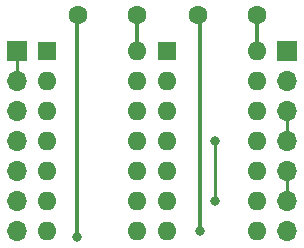
<source format=gbr>
%TF.GenerationSoftware,KiCad,Pcbnew,(5.1.8)-1*%
%TF.CreationDate,2022-06-03T11:46:24-06:00*%
%TF.ProjectId,Trigger,54726967-6765-4722-9e6b-696361645f70,rev?*%
%TF.SameCoordinates,Original*%
%TF.FileFunction,Copper,L2,Bot*%
%TF.FilePolarity,Positive*%
%FSLAX46Y46*%
G04 Gerber Fmt 4.6, Leading zero omitted, Abs format (unit mm)*
G04 Created by KiCad (PCBNEW (5.1.8)-1) date 2022-06-03 11:46:24*
%MOMM*%
%LPD*%
G01*
G04 APERTURE LIST*
%TA.AperFunction,ComponentPad*%
%ADD10O,1.700000X1.700000*%
%TD*%
%TA.AperFunction,ComponentPad*%
%ADD11R,1.700000X1.700000*%
%TD*%
%TA.AperFunction,ComponentPad*%
%ADD12O,1.600000X1.600000*%
%TD*%
%TA.AperFunction,ComponentPad*%
%ADD13R,1.600000X1.600000*%
%TD*%
%TA.AperFunction,ComponentPad*%
%ADD14C,1.600000*%
%TD*%
%TA.AperFunction,ViaPad*%
%ADD15C,0.800000*%
%TD*%
%TA.AperFunction,Conductor*%
%ADD16C,0.330200*%
%TD*%
%TA.AperFunction,Conductor*%
%ADD17C,0.250000*%
%TD*%
G04 APERTURE END LIST*
D10*
%TO.P,J2,7*%
%TO.N,Net-(J2-Pad7)*%
X111760000Y-111760000D03*
%TO.P,J2,6*%
%TO.N,/READY_OUT*%
X111760000Y-109220000D03*
%TO.P,J2,5*%
X111760000Y-106680000D03*
%TO.P,J2,4*%
%TO.N,/CLK*%
X111760000Y-104140000D03*
%TO.P,J2,3*%
X111760000Y-101600000D03*
%TO.P,J2,2*%
%TO.N,/D*%
X111760000Y-99060000D03*
D11*
%TO.P,J2,1*%
%TO.N,/5+*%
X111760000Y-96520000D03*
%TD*%
D10*
%TO.P,J1,7*%
%TO.N,/GND*%
X88900000Y-111760000D03*
%TO.P,J1,6*%
%TO.N,/OUT2_04*%
X88900000Y-109220000D03*
%TO.P,J1,5*%
%TO.N,/IN2_04*%
X88900000Y-106680000D03*
%TO.P,J1,4*%
%TO.N,/OUT1_04*%
X88900000Y-104140000D03*
%TO.P,J1,3*%
%TO.N,/IN1_04*%
X88900000Y-101600000D03*
%TO.P,J1,2*%
%TO.N,/ALE_IN*%
X88900000Y-99060000D03*
D11*
%TO.P,J1,1*%
X88900000Y-96520000D03*
%TD*%
D12*
%TO.P,U2,14*%
%TO.N,/5+*%
X109220000Y-96520000D03*
%TO.P,U2,7*%
%TO.N,/GND*%
X101600000Y-111760000D03*
%TO.P,U2,13*%
%TO.N,N/C*%
X109220000Y-99060000D03*
%TO.P,U2,6*%
%TO.N,/NOT_Q*%
X101600000Y-109220000D03*
%TO.P,U2,12*%
%TO.N,N/C*%
X109220000Y-101600000D03*
%TO.P,U2,5*%
%TO.N,/READY_OUT*%
X101600000Y-106680000D03*
%TO.P,U2,11*%
%TO.N,N/C*%
X109220000Y-104140000D03*
%TO.P,U2,4*%
%TO.N,/NOT_Q*%
X101600000Y-104140000D03*
%TO.P,U2,10*%
%TO.N,N/C*%
X109220000Y-106680000D03*
%TO.P,U2,3*%
%TO.N,/CLK*%
X101600000Y-101600000D03*
%TO.P,U2,9*%
%TO.N,N/C*%
X109220000Y-109220000D03*
%TO.P,U2,2*%
%TO.N,/D*%
X101600000Y-99060000D03*
%TO.P,U2,8*%
%TO.N,N/C*%
X109220000Y-111760000D03*
D13*
%TO.P,U2,1*%
%TO.N,/CLR*%
X101600000Y-96520000D03*
%TD*%
D12*
%TO.P,U1,14*%
%TO.N,/5+*%
X99060000Y-96520000D03*
%TO.P,U1,7*%
%TO.N,/GND*%
X91440000Y-111760000D03*
%TO.P,U1,13*%
%TO.N,N/C*%
X99060000Y-99060000D03*
%TO.P,U1,6*%
%TO.N,/OUT2_04*%
X91440000Y-109220000D03*
%TO.P,U1,12*%
%TO.N,N/C*%
X99060000Y-101600000D03*
%TO.P,U1,5*%
%TO.N,/IN2_04*%
X91440000Y-106680000D03*
%TO.P,U1,11*%
%TO.N,N/C*%
X99060000Y-104140000D03*
%TO.P,U1,4*%
%TO.N,/OUT1_04*%
X91440000Y-104140000D03*
%TO.P,U1,10*%
%TO.N,N/C*%
X99060000Y-106680000D03*
%TO.P,U1,3*%
%TO.N,/IN1_04*%
X91440000Y-101600000D03*
%TO.P,U1,9*%
%TO.N,N/C*%
X99060000Y-109220000D03*
%TO.P,U1,2*%
%TO.N,/CLR*%
X91440000Y-99060000D03*
%TO.P,U1,8*%
%TO.N,N/C*%
X99060000Y-111760000D03*
D13*
%TO.P,U1,1*%
%TO.N,/ALE_IN*%
X91440000Y-96520000D03*
%TD*%
D14*
%TO.P,C2,2*%
%TO.N,/GND*%
X104220000Y-93472000D03*
%TO.P,C2,1*%
%TO.N,/5+*%
X109220000Y-93472000D03*
%TD*%
%TO.P,C1,2*%
%TO.N,/GND*%
X94060000Y-93472000D03*
%TO.P,C1,1*%
%TO.N,/5+*%
X99060000Y-93472000D03*
%TD*%
D15*
%TO.N,/GND*%
X93980000Y-112268000D03*
X104394000Y-111760000D03*
%TO.N,/NOT_Q*%
X105664000Y-104140000D03*
X105664000Y-109220000D03*
%TD*%
D16*
%TO.N,/GND*%
X94060000Y-93472000D02*
X94060000Y-93646000D01*
X94060000Y-93646000D02*
X93980000Y-93726000D01*
X93980000Y-93726000D02*
X93980000Y-112268000D01*
X104394000Y-94074000D02*
X104394000Y-111760000D01*
X104220000Y-93900000D02*
X104394000Y-94074000D01*
X104220000Y-93472000D02*
X104220000Y-93900000D01*
%TO.N,/5+*%
X109220000Y-93472000D02*
X109220000Y-96520000D01*
X99060000Y-93472000D02*
X99060000Y-96520000D01*
D17*
%TO.N,/CLK*%
X111760000Y-101600000D02*
X111760000Y-104140000D01*
%TO.N,/ALE_IN*%
X88900000Y-96520000D02*
X88900000Y-99060000D01*
%TO.N,/NOT_Q*%
X105664000Y-104140000D02*
X105664000Y-109220000D01*
%TO.N,/READY_OUT*%
X111760000Y-106680000D02*
X111760000Y-109220000D01*
%TD*%
M02*

</source>
